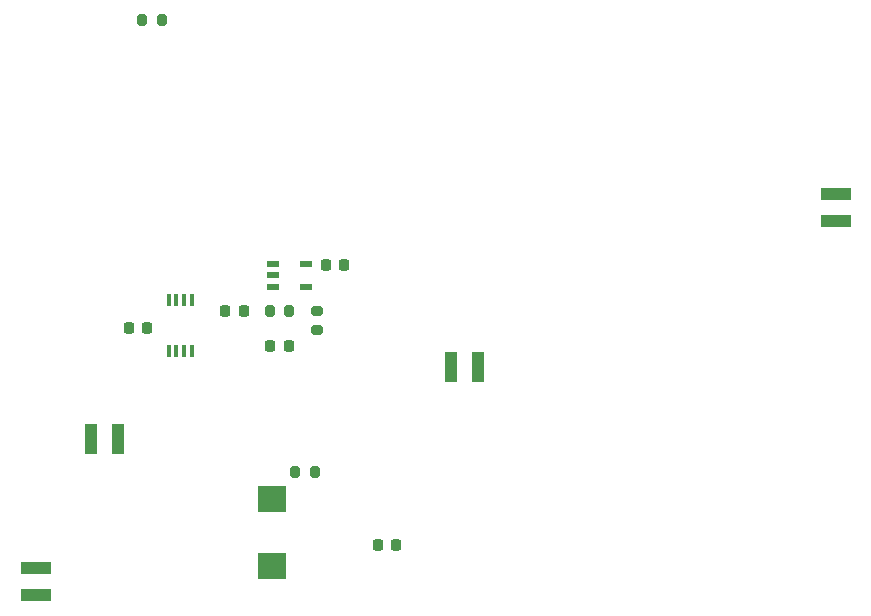
<source format=gbr>
%TF.GenerationSoftware,KiCad,Pcbnew,(6.0.9)*%
%TF.CreationDate,2022-12-07T15:22:28-05:00*%
%TF.ProjectId,Sensors,53656e73-6f72-4732-9e6b-696361645f70,rev?*%
%TF.SameCoordinates,Original*%
%TF.FileFunction,Paste,Bot*%
%TF.FilePolarity,Positive*%
%FSLAX46Y46*%
G04 Gerber Fmt 4.6, Leading zero omitted, Abs format (unit mm)*
G04 Created by KiCad (PCBNEW (6.0.9)) date 2022-12-07 15:22:28*
%MOMM*%
%LPD*%
G01*
G04 APERTURE LIST*
G04 Aperture macros list*
%AMRoundRect*
0 Rectangle with rounded corners*
0 $1 Rounding radius*
0 $2 $3 $4 $5 $6 $7 $8 $9 X,Y pos of 4 corners*
0 Add a 4 corners polygon primitive as box body*
4,1,4,$2,$3,$4,$5,$6,$7,$8,$9,$2,$3,0*
0 Add four circle primitives for the rounded corners*
1,1,$1+$1,$2,$3*
1,1,$1+$1,$4,$5*
1,1,$1+$1,$6,$7*
1,1,$1+$1,$8,$9*
0 Add four rect primitives between the rounded corners*
20,1,$1+$1,$2,$3,$4,$5,0*
20,1,$1+$1,$4,$5,$6,$7,0*
20,1,$1+$1,$6,$7,$8,$9,0*
20,1,$1+$1,$8,$9,$2,$3,0*%
G04 Aperture macros list end*
%ADD10R,2.489200X2.260600*%
%ADD11RoundRect,0.200000X0.200000X0.275000X-0.200000X0.275000X-0.200000X-0.275000X0.200000X-0.275000X0*%
%ADD12R,2.590800X1.003300*%
%ADD13RoundRect,0.200000X-0.200000X-0.275000X0.200000X-0.275000X0.200000X0.275000X-0.200000X0.275000X0*%
%ADD14R,1.003300X2.590800*%
%ADD15RoundRect,0.225000X0.225000X0.250000X-0.225000X0.250000X-0.225000X-0.250000X0.225000X-0.250000X0*%
%ADD16RoundRect,0.200000X0.275000X-0.200000X0.275000X0.200000X-0.275000X0.200000X-0.275000X-0.200000X0*%
%ADD17RoundRect,0.225000X-0.225000X-0.250000X0.225000X-0.250000X0.225000X0.250000X-0.225000X0.250000X0*%
%ADD18R,1.000001X0.599999*%
%ADD19R,0.400000X1.100000*%
G04 APERTURE END LIST*
D10*
%TO.C,C6*%
X145059400Y-103784400D03*
X145059400Y-109423200D03*
%TD*%
D11*
%TO.C,R11*%
X135724400Y-63246000D03*
X134074400Y-63246000D03*
%TD*%
D12*
%TO.C,L8*%
X192760600Y-80219550D03*
X192760600Y-77920850D03*
%TD*%
D13*
%TO.C,R8*%
X144844000Y-87884000D03*
X146494000Y-87884000D03*
%TD*%
D14*
%TO.C,L9*%
X162490150Y-92583000D03*
X160191450Y-92583000D03*
%TD*%
D15*
%TO.C,C7*%
X155543400Y-107701000D03*
X153993400Y-107701000D03*
%TD*%
D11*
%TO.C,R10*%
X148653000Y-101498400D03*
X147003000Y-101498400D03*
%TD*%
D16*
%TO.C,R9*%
X148844000Y-89471000D03*
X148844000Y-87821000D03*
%TD*%
D12*
%TO.C,L6*%
X125069600Y-111937800D03*
X125069600Y-109639100D03*
%TD*%
D17*
%TO.C,C4*%
X144894000Y-90805000D03*
X146444000Y-90805000D03*
%TD*%
D18*
%TO.C,U12*%
X145144799Y-85786001D03*
X145144799Y-84836000D03*
X145144799Y-83886002D03*
X147894799Y-83886002D03*
X147894799Y-85786001D03*
%TD*%
D15*
%TO.C,C2*%
X151143000Y-83947000D03*
X149593000Y-83947000D03*
%TD*%
D17*
%TO.C,C3*%
X141084000Y-87884000D03*
X142634000Y-87884000D03*
%TD*%
D14*
%TO.C,L7*%
X131984750Y-98704400D03*
X129686050Y-98704400D03*
%TD*%
D17*
%TO.C,C5*%
X132930600Y-89331800D03*
X134480600Y-89331800D03*
%TD*%
D19*
%TO.C,U9*%
X136286600Y-86953200D03*
X136936600Y-86953200D03*
X137586600Y-86953200D03*
X138236600Y-86953200D03*
X138236600Y-91253200D03*
X137586600Y-91253200D03*
X136936600Y-91253200D03*
X136286600Y-91253200D03*
%TD*%
M02*

</source>
